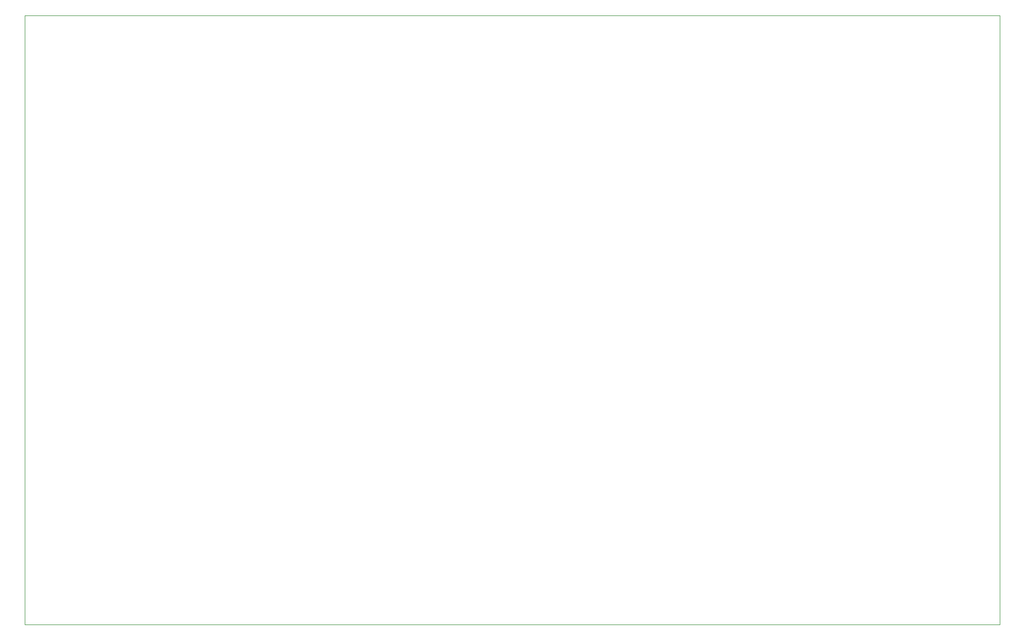
<source format=gm1>
G04 #@! TF.GenerationSoftware,KiCad,Pcbnew,(5.1.9)-1*
G04 #@! TF.CreationDate,2022-04-01T17:50:07-04:00*
G04 #@! TF.ProjectId,MC-DSP,4d432d44-5350-42e6-9b69-6361645f7063,rev?*
G04 #@! TF.SameCoordinates,Original*
G04 #@! TF.FileFunction,Profile,NP*
%FSLAX46Y46*%
G04 Gerber Fmt 4.6, Leading zero omitted, Abs format (unit mm)*
G04 Created by KiCad (PCBNEW (5.1.9)-1) date 2022-04-01 17:50:07*
%MOMM*%
%LPD*%
G01*
G04 APERTURE LIST*
G04 #@! TA.AperFunction,Profile*
%ADD10C,0.050000*%
G04 #@! TD*
G04 APERTURE END LIST*
D10*
X101092000Y-111760000D02*
X261112000Y-111760000D01*
X101092000Y-11734800D02*
X101092000Y-111760000D01*
X261112000Y-11734800D02*
X101092000Y-11734800D01*
X261112000Y-111760000D02*
X261112000Y-11734800D01*
M02*

</source>
